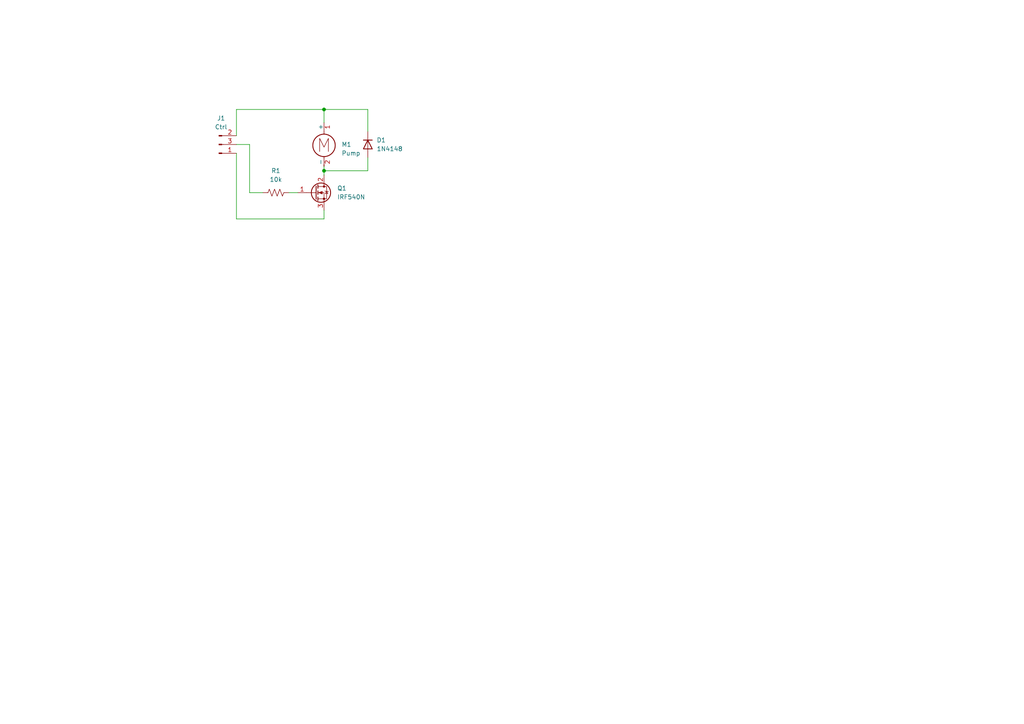
<source format=kicad_sch>
(kicad_sch (version 20211123) (generator eeschema)
  (paper "A4")
  (lib_symbols
    (symbol "Connector:Conn_01x03_Male" (pin_names (offset 1.016) hide)
      (property "Reference" "J?" (at 0.635 7.62 0))
      (property "Value" "Conn_01x03_Male" (at 0.635 5.08 0))
      (symbol "Conn_01x03_Male_1_1"
        (polyline (pts (xy 1.27 -2.54) (xy 0.8636 -2.54)) (stroke (width 0.1524)))
        (polyline (pts (xy 1.27 0) (xy 0.8636 0)) (stroke (width 0.1524)))
        (polyline (pts (xy 1.27 2.54) (xy 0.8636 2.54)) (stroke (width 0.1524)))
        (rectangle (start 0.8636 -2.413) (end 0 -2.667) (stroke (width 0.1524)) (fill (type outline)))
        (rectangle (start 0.8636 0.127) (end 0 -0.127) (stroke (width 0.1524)) (fill (type outline)))
        (rectangle (start 0.8636 2.667) (end 0 2.413) (stroke (width 0.1524)) (fill (type outline)))
        (pin passive line (at 5.08 -2.54 180) (length 3.81) (name "Pin_1") (number "1"))
        (pin passive line (at 5.08 2.54 180) (length 3.81) (name "Pin_2") (number "2"))
        (pin passive line (at 5.08 0 180) (length 3.81) (name "Pin_3") (number "3"))
      )
    )
    (symbol "Device:R_US" (pin_numbers hide) (pin_names (offset 0))
      (property "Reference" "R" (at 2.54 0 90))
      (property "Value" "R_US" (at -2.54 0 90))
      (symbol "R_US_0_1"
        (polyline (pts (xy 0 -2.286) (xy 0 -2.54)))
        (polyline (pts (xy 0 2.286) (xy 0 2.54)))
        (polyline (pts (xy 0 -0.762) (xy 1.016 -1.143) (xy 0 -1.524) (xy -1.016 -1.905) (xy 0 -2.286)))
        (polyline (pts (xy 0 0.762) (xy 1.016 0.381) (xy 0 0) (xy -1.016 -0.381) (xy 0 -0.762)))
        (polyline (pts (xy 0 2.286) (xy 1.016 1.905) (xy 0 1.524) (xy -1.016 1.143) (xy 0 0.762)))
      )
      (symbol "R_US_1_1"
        (pin passive line (at 0 3.81 270) (length 1.27) (name "~") (number "1"))
        (pin passive line (at 0 -3.81 90) (length 1.27) (name "~") (number "2"))
      )
    )
    (symbol "Diode:1N4148" (pin_numbers hide) (pin_names (offset 1.016) hide)
      (property "Reference" "D" (at 0 2.54 0))
      (property "Value" "1N4148" (at 0 -2.54 0))
      (symbol "1N4148_0_1"
        (polyline (pts (xy -1.27 1.27) (xy -1.27 -1.27)) (stroke (width 0.254)))
        (polyline (pts (xy 1.27 0) (xy -1.27 0)))
        (polyline (pts (xy 1.27 1.27) (xy 1.27 -1.27) (xy -1.27 0) (xy 1.27 1.27)) (stroke (width 0.254)))
      )
      (symbol "1N4148_1_1"
        (pin passive line (at -3.81 0 0) (length 2.54) (name "K") (number "1"))
        (pin passive line (at 3.81 0 180) (length 2.54) (name "A") (number "2"))
      )
    )
    (symbol "Motor:Motor_DC" (pin_names (offset 0))
      (property "Reference" "M" (at 2.54 2.54 0))
      (property "Value" "Motor_DC" (at 2.54 -5.08 0))
      (symbol "Motor_DC_0_0"
        (polyline (pts (xy -1.27 -3.302) (xy -1.27 0.508) (xy 0 -2.032) (xy 1.27 0.508) (xy 1.27 -3.302)))
      )
      (symbol "Motor_DC_0_1"
        (circle (center 0 -1.524) (radius 3.2512) (stroke (width 0.254)))
        (polyline (pts (xy 0 -7.62) (xy 0 -7.112)))
        (polyline (pts (xy 0 -4.7752) (xy 0 -5.1816)))
        (polyline (pts (xy 0 1.7272) (xy 0 2.0828)))
        (polyline (pts (xy 0 2.032) (xy 0 2.54)))
      )
      (symbol "Motor_DC_1_1"
        (pin passive line (at 0 5.08 270) (length 2.54) (name "+") (number "1"))
        (pin passive line (at 0 -7.62 90) (length 2.54) (name "-") (number "2"))
      )
    )
    (symbol "Transistor_FET:IRF540N" (pin_names hide)
      (property "Reference" "Q" (at 6.35 1.905 0))
      (property "Value" "IRF540N" (at 6.35 0 0))
      (symbol "IRF540N_0_1"
        (polyline (pts (xy 0.254 0) (xy -2.54 0)))
        (polyline (pts (xy 0.254 1.905) (xy 0.254 -1.905)) (stroke (width 0.254)))
        (polyline (pts (xy 0.762 -1.27) (xy 0.762 -2.286)) (stroke (width 0.254)))
        (polyline (pts (xy 0.762 0.508) (xy 0.762 -0.508)) (stroke (width 0.254)))
        (polyline (pts (xy 0.762 2.286) (xy 0.762 1.27)) (stroke (width 0.254)))
        (polyline (pts (xy 2.54 2.54) (xy 2.54 1.778)))
        (polyline (pts (xy 2.54 -2.54) (xy 2.54 0) (xy 0.762 0)))
        (polyline (pts (xy 0.762 -1.778) (xy 3.302 -1.778) (xy 3.302 1.778) (xy 0.762 1.778)))
        (polyline (pts (xy 1.016 0) (xy 2.032 0.381) (xy 2.032 -0.381) (xy 1.016 0)) (fill (type outline)))
        (polyline (pts (xy 2.794 0.508) (xy 2.921 0.381) (xy 3.683 0.381) (xy 3.81 0.254)))
        (polyline (pts (xy 3.302 0.381) (xy 2.921 -0.254) (xy 3.683 -0.254) (xy 3.302 0.381)))
        (circle (center 1.651 0) (radius 2.794) (stroke (width 0.254)))
        (circle (center 2.54 -1.778) (radius 0.254) (fill (type outline)))
        (circle (center 2.54 1.778) (radius 0.254) (fill (type outline)))
      )
      (symbol "IRF540N_1_1"
        (pin input line (at -5.08 0 0) (length 2.54) (name "G") (number "1"))
        (pin passive line (at 2.54 5.08 270) (length 2.54) (name "D") (number "2"))
        (pin passive line (at 2.54 -5.08 90) (length 2.54) (name "S") (number "3"))
      )
    )
  )
  (junction (at 93.98 49.53))
  (junction (at 93.98 31.75))
  (wire (pts (xy 83.82 55.88) (xy 86.36 55.88)))
  (wire (pts (xy 93.98 60.96) (xy 93.98 63.5)))
  (wire (pts (xy 93.98 49.53) (xy 93.98 50.8)))
  (wire (pts (xy 93.98 48.26) (xy 93.98 49.53)))
  (wire (pts (xy 93.98 31.75) (xy 106.68 31.75)))
  (wire (pts (xy 72.39 41.91) (xy 72.39 55.88)))
  (wire (pts (xy 68.58 31.75) (xy 93.98 31.75)))
  (wire (pts (xy 68.58 39.37) (xy 68.58 31.75)))
  (wire (pts (xy 68.58 44.45) (xy 68.58 63.5)))
  (wire (pts (xy 72.39 55.88) (xy 76.2 55.88)))
  (wire (pts (xy 68.58 63.5) (xy 93.98 63.5)))
  (wire (pts (xy 106.68 38.1) (xy 106.68 31.75)))
  (wire (pts (xy 68.58 41.91) (xy 72.39 41.91)))
  (wire (pts (xy 93.98 31.75) (xy 93.98 35.56)))
  (wire (pts (xy 106.68 49.53) (xy 93.98 49.53)))
  (wire (pts (xy 106.68 45.72) (xy 106.68 49.53)))
  (symbol (lib_id "Connector:Conn_01x03_Male") (at 63.5 41.91 0) (unit 1)
    (property "Reference" "J1" (at 64.135 34.29 0))
    (property "Value" "Ctrl" (at 64.135 36.83 0))
    (property "Footprint" "Connector_PinHeader_2.54mm:PinHeader_1x03_P2.54mm_Vertical" (effects hide))
  )
  (symbol (lib_id "Device:R_US") (at 80.01 55.88 90) (unit 1)
    (property "Reference" "R1" (at 80.01 49.53 90))
    (property "Value" "10k" (at 80.01 52.07 90))
    (property "Footprint" "Resistor_THT:R_Axial_DIN0204_L3.6mm_D1.6mm_P5.08mm_Horizontal" (effects hide))
  )
  (symbol (lib_id "Transistor_FET:IRF540N") (at 91.44 55.88 0) (unit 1)
    (property "Reference" "Q1" (at 97.79 54.6099 0) (effects (justify left)))
    (property "Value" "IRF540N" (at 97.79 57.1499 0) (effects (justify left)))
    (property "Footprint" "Package_TO_SOT_THT:TO-220-3_Vertical" (effects hide))
    (property "Datasheet" "http://www.irf.com/product-info/datasheets/data/irf540n.pdf" (effects hide))
  )
  (symbol (lib_id "Diode:1N4148") (at 106.68 41.91 270) (unit 1)
    (property "Reference" "D1" (at 109.22 40.6399 90) (effects (justify left)))
    (property "Value" "1N4148" (at 109.22 43.1799 90) (effects (justify left)))
    (property "Footprint" "Diode_THT:D_DO-35_SOD27_P7.62mm_Horizontal" (effects hide))
    (property "Datasheet" "https://assets.nexperia.com/documents/data-sheet/1N4148_1N4448.pdf" (effects hide))
  )
  (symbol (lib_id "Motor:Motor_DC") (at 93.98 40.64 0) (unit 1)
    (property "Reference" "M1" (at 99.06 41.9099 0) (effects (justify left)))
    (property "Value" "Pump" (at 99.06 44.4499 0) (effects (justify left)))
    (property "Footprint" "Connector_PinHeader_2.54mm:PinHeader_1x02_P2.54mm_Vertical" (effects hide))
  )
)
</source>
